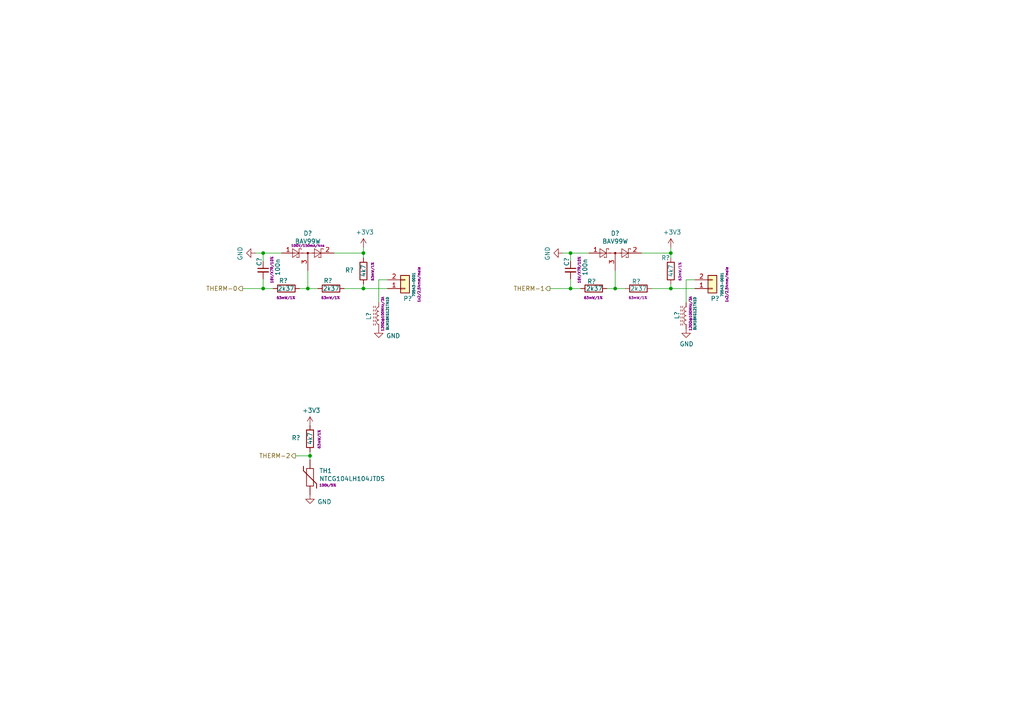
<source format=kicad_sch>
(kicad_sch (version 20231120) (generator "eeschema") (generator_version "8.0")
  (paper "A4")
  (title_block (title "Buddy") (date "2019-10-24") (rev "v1.0.0") (company "PRUSA Research s.r.o.") (comment 1 "http://creativecommons.org/licenses/by-sa/4.0/") (comment 2 "Licensed under the Attribution-ShareAlike 4.0 International (CC BY-SA 4.0)"))
  (lib_symbols
    (symbol "BUDDY_v1.0.0-rescue:+3.3V-power" (power) (pin_names (offset 0))
      (property "Value" "power:+3.3V" (at 0 3.556 0))
      (symbol "+3.3V-power_0_1"
        (polyline (pts (xy -0.762 1.27) (xy 0 2.54)))
        (polyline (pts (xy 0 0) (xy 0 2.54)))
        (polyline (pts (xy 0 2.54) (xy 0.762 1.27)))
      )
      (symbol "+3.3V-power_1_1"
        (pin power_in line (at 0 0 90) (length 0) hide (name "+3V3") (number "1"))
      )
    )
    (symbol "BUDDY_v1.0.0-rescue:GND-power" (power) (pin_names (offset 0))
      (property "Value" "power:GND" (at 0 -3.81 0))
      (symbol "GND-power_0_1"
        (polyline (pts (xy 0 0) (xy 0 -1.27) (xy 1.27 -1.27) (xy 0 -2.54) (xy -1.27 -1.27) (xy 0 -1.27)))
      )
      (symbol "GND-power_1_1"
        (pin power_in line (at 0 0 270) (length 0) hide (name "GND") (number "1"))
      )
    )
    (symbol "BUDDY_v1.0.0-rescue:L_Core_Ferrite-Device" (pin_numbers hide) (pin_names (offset 1.016) hide)
      (property "Reference" "L" (at -1.27 0 90))
      (property "Value" "Device:L_Core_Ferrite" (at 2.794 0 90))
      (symbol "L_Core_Ferrite-Device_0_1"
        (arc (start 0 -2.54) (mid 0.635 -1.905) (end 0 -1.27))
        (arc (start 0 -1.27) (mid 0.635 -0.635) (end 0 0))
        (polyline (pts (xy 1.016 -2.794) (xy 1.016 -2.286)))
        (polyline (pts (xy 1.016 -1.778) (xy 1.016 -1.27)))
        (polyline (pts (xy 1.016 -0.762) (xy 1.016 -0.254)))
        (polyline (pts (xy 1.016 0.254) (xy 1.016 0.762)))
        (polyline (pts (xy 1.016 1.27) (xy 1.016 1.778)))
        (polyline (pts (xy 1.016 2.286) (xy 1.016 2.794)))
        (polyline (pts (xy 1.524 -2.286) (xy 1.524 -2.794)))
        (polyline (pts (xy 1.524 -1.27) (xy 1.524 -1.778)))
        (polyline (pts (xy 1.524 -0.254) (xy 1.524 -0.762)))
        (polyline (pts (xy 1.524 0.762) (xy 1.524 0.254)))
        (polyline (pts (xy 1.524 1.778) (xy 1.524 1.27)))
        (polyline (pts (xy 1.524 2.794) (xy 1.524 2.286)))
        (arc (start 0 0) (mid 0.635 0.635) (end 0 1.27))
        (arc (start 0 1.27) (mid 0.635 1.905) (end 0 2.54))
      )
      (symbol "L_Core_Ferrite-Device_1_1"
        (pin passive line (at 0 3.81 270) (length 1.27) (name "1") (number "1"))
        (pin passive line (at 0 -3.81 90) (length 1.27) (name "2") (number "2"))
      )
    )
    (symbol "Connector_Generic:Conn_01x02" (pin_names (offset 1.016) hide)
      (property "Reference" "J" (at 0 2.54 0))
      (property "Value" "Conn_01x02" (at 0 -5.08 0))
      (symbol "Conn_01x02_1_1"
        (rectangle (start -1.27 -2.413) (end 0 -2.667) (stroke (width 0.1524)))
        (rectangle (start -1.27 0.127) (end 0 -0.127) (stroke (width 0.1524)))
        (rectangle (start -1.27 1.27) (end 1.27 -3.81) (stroke (width 0.254)) (fill (type background)))
        (pin passive line (at -5.08 0 0) (length 3.81) (name "Pin_1") (number "1"))
        (pin passive line (at -5.08 -2.54 0) (length 3.81) (name "Pin_2") (number "2"))
      )
    )
    (symbol "Device:C_Small" (pin_numbers hide) (pin_names (offset 0.254) hide)
      (property "Reference" "C" (at 0.254 1.778 0))
      (property "Value" "C_Small" (at 0.254 -2.032 0))
      (symbol "C_Small_0_1"
        (polyline (pts (xy -1.524 -0.508) (xy 1.524 -0.508)) (stroke (width 0.3302)))
        (polyline (pts (xy -1.524 0.508) (xy 1.524 0.508)) (stroke (width 0.3048)))
      )
      (symbol "C_Small_1_1"
        (pin passive line (at 0 2.54 270) (length 2.032) (name "~") (number "1"))
        (pin passive line (at 0 -2.54 90) (length 2.032) (name "~") (number "2"))
      )
    )
    (symbol "Device:R" (pin_numbers hide) (pin_names (offset 0))
      (property "Reference" "R" (at 2.032 0 90))
      (property "Value" "R" (at 0 0 90))
      (symbol "R_0_1"
        (rectangle (start -1.016 -2.54) (end 1.016 2.54) (stroke (width 0.254)))
      )
      (symbol "R_1_1"
        (pin passive line (at 0 3.81 270) (length 1.27) (name "~") (number "1"))
        (pin passive line (at 0 -3.81 90) (length 1.27) (name "~") (number "2"))
      )
    )
    (symbol "Device:Thermistor" (pin_numbers hide) (pin_names (offset 0))
      (property "Reference" "TH" (at 2.54 1.27 90))
      (property "Value" "Thermistor" (at -2.54 0 90))
      (symbol "Thermistor_0_1"
        (rectangle (start -1.016 2.54) (end 1.016 -2.54) (stroke (width 0.2032)))
        (polyline (pts (xy -1.905 3.175) (xy -1.905 1.905) (xy 1.905 -1.905) (xy 1.905 -3.175) (xy 1.905 -3.175)) (stroke (width 0.254)))
      )
      (symbol "Thermistor_1_1"
        (pin passive line (at 0 5.08 270) (length 2.54) (name "~") (number "1"))
        (pin passive line (at 0 -5.08 90) (length 2.54) (name "~") (number "2"))
      )
    )
    (symbol "Diode:BAS40-04" (pin_names (offset 1.016))
      (property "Reference" "D" (at 0.635 -1.27 0))
      (property "Value" "BAS40-04" (at -6.35 5.715 0))
      (symbol "BAS40-04_0_1"
        (polyline (pts (xy -3.81 2.54) (xy -1.27 2.54)))
        (polyline (pts (xy -3.175 1.27) (xy -3.175 1.524)))
        (polyline (pts (xy -2.54 1.27) (xy -3.175 1.27)))
        (polyline (pts (xy -2.54 1.27) (xy -2.54 3.81)))
        (polyline (pts (xy -2.54 3.81) (xy -1.905 3.81)))
        (polyline (pts (xy -1.905 2.54) (xy 1.905 2.54)))
        (polyline (pts (xy -1.905 3.81) (xy -1.905 3.556)))
        (polyline (pts (xy 1.27 2.54) (xy 3.81 2.54)))
        (polyline (pts (xy 3.175 1.27) (xy 3.175 1.524)))
        (polyline (pts (xy 3.81 1.27) (xy 3.175 1.27)))
        (polyline (pts (xy 3.81 1.27) (xy 3.81 3.81)))
        (polyline (pts (xy 3.81 3.81) (xy 4.445 3.81)))
        (polyline (pts (xy 4.445 3.81) (xy 4.445 3.556)))
        (polyline (pts (xy -4.445 3.81) (xy -4.445 1.27) (xy -2.54 2.54) (xy -4.445 3.81)))
        (polyline (pts (xy 1.905 3.81) (xy 1.905 1.27) (xy 3.81 2.54) (xy 1.905 3.81)))
        (circle (center 0 2.54) (radius 0.254) (fill (type outline)))
      )
      (symbol "BAS40-04_1_1"
        (pin passive line (at -7.62 2.54 0) (length 3.81) (name "~") (number "1"))
        (pin passive line (at 7.62 2.54 180) (length 3.81) (name "~") (number "2"))
        (pin passive line (at 0 -2.54 90) (length 5.08) (name "~") (number "3"))
      )
    )
  )
  (junction (at 76.327 83.693))
  (junction (at 105.41 83.693))
  (junction (at 165.481 73.406))
  (junction (at 194.564 73.406))
  (junction (at 76.327 73.406))
  (junction (at 89.281 83.693))
  (junction (at 105.41 73.406))
  (junction (at 194.564 83.693))
  (junction (at 165.481 83.693))
  (junction (at 178.435 83.693))
  (junction (at 89.916 132.207))
  (wire (pts (xy 194.564 73.406) (xy 186.055 73.406)))
  (wire (pts (xy 105.41 83.693) (xy 112.395 83.693)))
  (wire (pts (xy 181.356 83.693) (xy 178.435 83.693)))
  (wire (pts (xy 76.327 80.899) (xy 76.327 83.693)))
  (wire (pts (xy 89.281 78.486) (xy 89.281 83.693)))
  (wire (pts (xy 89.916 133.35) (xy 89.916 132.207)))
  (wire (pts (xy 92.202 83.693) (xy 89.281 83.693)))
  (wire (pts (xy 165.481 83.693) (xy 168.402 83.693)))
  (wire (pts (xy 89.916 132.207) (xy 85.725 132.207)))
  (wire (pts (xy 188.976 83.693) (xy 194.564 83.693)))
  (wire (pts (xy 199.009 81.153) (xy 201.549 81.153)))
  (wire (pts (xy 178.435 83.693) (xy 176.022 83.693)))
  (wire (pts (xy 178.435 78.486) (xy 178.435 83.693)))
  (wire (pts (xy 76.327 83.693) (xy 79.248 83.693)))
  (wire (pts (xy 105.41 82.423) (xy 105.41 83.693)))
  (wire (pts (xy 89.916 132.207) (xy 89.916 131.064)))
  (wire (pts (xy 89.281 83.693) (xy 86.868 83.693)))
  (wire (pts (xy 194.564 74.803) (xy 194.564 73.406)))
  (wire (pts (xy 165.481 80.899) (xy 165.481 83.693)))
  (wire (pts (xy 165.481 73.406) (xy 163.195 73.406)))
  (wire (pts (xy 99.822 83.693) (xy 105.41 83.693)))
  (wire (pts (xy 199.009 81.153) (xy 199.009 87.757)))
  (wire (pts (xy 76.327 83.693) (xy 70.358 83.693)))
  (wire (pts (xy 109.855 81.153) (xy 109.855 87.757)))
  (wire (pts (xy 105.41 73.406) (xy 105.41 71.755)))
  (wire (pts (xy 165.481 83.693) (xy 159.512 83.693)))
  (wire (pts (xy 105.41 74.803) (xy 105.41 73.406)))
  (wire (pts (xy 76.327 75.819) (xy 76.327 73.406)))
  (wire (pts (xy 194.564 83.693) (xy 201.549 83.693)))
  (wire (pts (xy 76.327 73.406) (xy 74.041 73.406)))
  (wire (pts (xy 109.855 81.153) (xy 112.395 81.153)))
  (wire (pts (xy 165.481 75.819) (xy 165.481 73.406)))
  (wire (pts (xy 165.481 73.406) (xy 170.815 73.406)))
  (wire (pts (xy 105.41 73.406) (xy 96.901 73.406)))
  (wire (pts (xy 194.564 73.406) (xy 194.564 71.755)))
  (wire (pts (xy 194.564 82.423) (xy 194.564 83.693)))
  (wire (pts (xy 76.327 73.406) (xy 81.661 73.406)))
  (hierarchical_label "THERM-2" (shape output) (at 85.725 132.207 180))
  (hierarchical_label "THERM-0" (shape output) (at 70.358 83.693 180))
  (hierarchical_label "THERM-1" (shape output) (at 159.512 83.693 180))
  (symbol (lib_id "Diode:BAS40-04") (at 89.281 75.946 0) (unit 1)
    (property "Reference" "D7" (at 89.281 67.691 0))
    (property "Value" "BAV99W" (at 89.281 70.0024 0))
    (property "Footprint" "Package_TO_SOT_SMD:SOT-323_SC-70" (effects (hide yes)))
    (property "req" "100V/150mA/4ns" (at 89.281 71.247 0) (effects (font (size 0.7112 0.7112))))
    (instances (project "" (path "" (reference "D?") (unit 1)) (path "" (reference "D7") (unit 1))))
  )
  (symbol (lib_id "Connector_Generic:Conn_01x02") (at 117.475 83.693 0) (mirror x) (unit 1)
    (property "Reference" "P3" (at 116.967 86.614 0) (effects (justify left)))
    (property "Value" "70543-0001" (at 120.015 78.994 90) (effects (font (size 0.7112 0.7112)) (justify left)))
    (property "Footprint" "A3IDES_footprints:Pin_1x02-XL" (effects (hide yes)))
    (property "req" "1x2/2,54mm/male" (at 121.539 77.343 90) (effects (font (size 0.7112 0.7112)) (justify left)))
    (instances (project "" (path "" (reference "P?") (unit 1)) (path "" (reference "P3") (unit 1))))
  )
  (symbol (lib_id "Device:R") (at 105.41 78.613 0) (unit 1)
    (property "Reference" "R13" (at 100.076 78.359 0) (effects (justify left)))
    (property "Value" "4k7" (at 105.41 80.391 90) (effects (justify left)))
    (property "Footprint" "A3IDES_footprints:R_0402_1005Metric" (effects (hide yes)))
    (property "req" "63mW/1%" (at 108.077 78.74 90) (effects (font (size 0.7112 0.7112))))
    (instances (project "" (path "" (reference "R?") (unit 1)) (path "" (reference "R13") (unit 1))))
  )
  (symbol (lib_id "Device:R") (at 83.058 83.693 270) (unit 1)
    (property "Reference" "R11" (at 80.899 81.407 90) (effects (justify left)))
    (property "Value" "2k37" (at 80.518 83.693 90) (effects (justify left)))
    (property "Footprint" "A3IDES_footprints:R_0402_1005Metric" (effects (hide yes)))
    (property "req" "63mW/1%" (at 82.931 86.36 90) (effects (font (size 0.7112 0.7112))))
    (instances (project "" (path "" (reference "R?") (unit 1)) (path "" (reference "R11") (unit 1))))
  )
  (symbol (lib_id "Device:R") (at 96.012 83.693 270) (unit 1)
    (property "Reference" "R12" (at 93.853 81.407 90) (effects (justify left)))
    (property "Value" "2k37" (at 93.599 83.693 90) (effects (justify left)))
    (property "Footprint" "A3IDES_footprints:R_0402_1005Metric" (effects (hide yes)))
    (property "req" "63mW/1%" (at 95.885 86.36 90) (effects (font (size 0.7112 0.7112))))
    (instances (project "" (path "" (reference "R?") (unit 1)) (path "" (reference "R12") (unit 1))))
  )
  (symbol (lib_id "BUDDY_v1.0.0-rescue:GND-power") (at 74.041 73.406 270) (unit 1)
    (property "Reference" "#PWR011" (effects (hide yes)))
    (property "Value" "GND" (at 69.6468 73.533 0))
    (instances (project "" (path "" (reference "#PWR?") (unit 1)) (path "" (reference "#PWR011") (unit 1))))
  )
  (symbol (lib_id "BUDDY_v1.0.0-rescue:L_Core_Ferrite-Device") (at 109.855 91.567 180) (unit 1)
    (property "Reference" "L?" (at 106.934 91.694 90))
    (property "Value" "BLM18KG121TN1D" (at 112.395 90.932 90) (effects (font (size 0.7112 0.7112))))
    (property "Footprint" "A3IDES_footprints:R_0603_1608Metric" (effects (hide yes)))
    (property "req" "120Ω@100MHz/3A" (at 110.998 91.059 90) (effects (font (size 0.7112 0.7112))))
    (instances (project "" (path "" (reference "L?") (unit 1)) (path "" (reference "L?") (unit 1)) (path "" (reference "L5") (unit 1))))
  )
  (symbol (lib_id "BUDDY_v1.0.0-rescue:GND-power") (at 109.855 95.377 0) (unit 1)
    (property "Reference" "#PWR013" (effects (hide yes)))
    (property "Value" "GND" (at 114.046 97.409 0))
    (instances (project "" (path "" (reference "#PWR?") (unit 1)) (path "" (reference "#PWR013") (unit 1))))
  )
  (symbol (lib_id "BUDDY_v1.0.0-rescue:+3.3V-power") (at 105.41 71.755 0) (unit 1)
    (property "Reference" "#PWR012" (effects (hide yes)))
    (property "Value" "+3V3" (at 105.791 67.3608 0))
    (instances (project "" (path "" (reference "#PWR?") (unit 1)) (path "" (reference "#PWR012") (unit 1))))
  )
  (symbol (lib_id "Diode:BAS40-04") (at 178.435 75.946 0) (unit 1)
    (property "Reference" "D8" (at 178.435 67.691 0))
    (property "Value" "BAV99W" (at 178.435 70.0024 0))
    (property "Footprint" "Package_TO_SOT_SMD:SOT-323_SC-70" (effects (hide yes)))
    (property "req" "100V/150mA/4ns" (effects (hide yes)))
    (instances (project "" (path "" (reference "D?") (unit 1)) (path "" (reference "D8") (unit 1))))
  )
  (symbol (lib_id "Device:R") (at 194.564 78.613 0) (unit 1)
    (property "Reference" "R16" (at 191.77 74.803 0) (effects (justify left)))
    (property "Value" "4k7" (at 194.564 80.391 90) (effects (justify left)))
    (property "Footprint" "A3IDES_footprints:R_0402_1005Metric" (effects (hide yes)))
    (property "req" "63mW/1%" (at 197.231 78.74 90) (effects (font (size 0.7112 0.7112))))
    (instances (project "" (path "" (reference "R?") (unit 1)) (path "" (reference "R16") (unit 1))))
  )
  (symbol (lib_id "Device:R") (at 172.212 83.693 270) (unit 1)
    (property "Reference" "R14" (at 170.307 81.661 90) (effects (justify left)))
    (property "Value" "2k37" (at 169.926 83.693 90) (effects (justify left)))
    (property "Footprint" "A3IDES_footprints:R_0402_1005Metric" (effects (hide yes)))
    (property "req" "63mW/1%" (at 172.085 86.36 90) (effects (font (size 0.7112 0.7112))))
    (instances (project "" (path "" (reference "R?") (unit 1)) (path "" (reference "R14") (unit 1))))
  )
  (symbol (lib_id "Device:R") (at 185.166 83.693 270) (unit 1)
    (property "Reference" "R15" (at 183.261 81.661 90) (effects (justify left)))
    (property "Value" "2k37" (at 182.753 83.693 90) (effects (justify left)))
    (property "Footprint" "A3IDES_footprints:R_0402_1005Metric" (effects (hide yes)))
    (property "req" "63mW/1%" (at 185.039 86.36 90) (effects (font (size 0.7112 0.7112))))
    (instances (project "" (path "" (reference "R?") (unit 1)) (path "" (reference "R15") (unit 1))))
  )
  (symbol (lib_id "BUDDY_v1.0.0-rescue:GND-power") (at 163.195 73.406 270) (unit 1)
    (property "Reference" "#PWR014" (effects (hide yes)))
    (property "Value" "GND" (at 158.8008 73.533 0))
    (instances (project "" (path "" (reference "#PWR?") (unit 1)) (path "" (reference "#PWR014") (unit 1))))
  )
  (symbol (lib_id "BUDDY_v1.0.0-rescue:L_Core_Ferrite-Device") (at 199.009 91.567 180) (unit 1)
    (property "Reference" "L?" (at 196.342 91.44 90))
    (property "Value" "BLM18KG121TN1D" (at 201.549 90.932 90) (effects (font (size 0.7112 0.7112))))
    (property "Footprint" "A3IDES_footprints:R_0603_1608Metric" (effects (hide yes)))
    (property "req" "120Ω@100MHz/3A" (at 200.279 90.932 90) (effects (font (size 0.7112 0.7112))))
    (instances (project "" (path "" (reference "L?") (unit 1)) (path "" (reference "L?") (unit 1)) (path "" (reference "L6") (unit 1))))
  )
  (symbol (lib_id "BUDDY_v1.0.0-rescue:GND-power") (at 199.009 95.377 0) (unit 1)
    (property "Reference" "#PWR016" (effects (hide yes)))
    (property "Value" "GND" (at 199.136 99.7712 0))
    (instances (project "" (path "" (reference "#PWR?") (unit 1)) (path "" (reference "#PWR016") (unit 1))))
  )
  (symbol (lib_id "BUDDY_v1.0.0-rescue:+3.3V-power") (at 194.564 71.755 0) (unit 1)
    (property "Reference" "#PWR015" (effects (hide yes)))
    (property "Value" "+3V3" (at 194.945 67.3608 0))
    (instances (project "" (path "" (reference "#PWR?") (unit 1)) (path "" (reference "#PWR015") (unit 1))))
  )
  (symbol (lib_id "Connector_Generic:Conn_01x02") (at 206.629 83.693 0) (mirror x) (unit 1)
    (property "Reference" "P4" (at 206.121 86.614 0) (effects (justify left)))
    (property "Value" "70543-0001" (at 209.423 78.994 90) (effects (font (size 0.7112 0.7112)) (justify left)))
    (property "Footprint" "A3IDES_footprints:Pin_1x02-XL" (effects (hide yes)))
    (property "req" "1x2/2,54mm/male" (at 210.82 77.343 90) (effects (font (size 0.7112 0.7112)) (justify left)))
    (instances (project "" (path "" (reference "P?") (unit 1)) (path "" (reference "P4") (unit 1))))
  )
  (symbol (lib_id "Device:Thermistor") (at 89.916 138.43 0) (unit 1)
    (property "Reference" "TH1" (at 92.583 136.5504 0) (effects (justify left)))
    (property "Value" "NTCG104LH104JTDS" (at 92.583 138.8618 0) (effects (justify left)))
    (property "Footprint" "Resistor_SMD:R_0402_1005Metric" (effects (hide yes)))
    (property "req" "100k/5%" (at 92.583 140.7414 0) (effects (font (size 0.7112 0.7112)) (justify left)))
  )
  (symbol (lib_id "Device:R") (at 89.916 127.254 0) (unit 1)
    (property "Reference" "R77" (at 84.582 127 0) (effects (justify left)))
    (property "Value" "4k7" (at 89.916 129.032 90) (effects (justify left)))
    (property "Footprint" "A3IDES_footprints:R_0402_1005Metric" (effects (hide yes)))
    (property "req" "63mW/1%" (at 92.583 127.381 90) (effects (font (size 0.7112 0.7112))))
    (instances (project "" (path "" (reference "R?") (unit 1)) (path "" (reference "R77") (unit 1))))
  )
  (symbol (lib_id "BUDDY_v1.0.0-rescue:GND-power") (at 89.916 143.51 0) (unit 1)
    (property "Reference" "#PWR034" (effects (hide yes)))
    (property "Value" "GND" (at 94.107 145.542 0))
    (instances (project "" (path "" (reference "#PWR?") (unit 1)) (path "" (reference "#PWR034") (unit 1))))
  )
  (symbol (lib_id "BUDDY_v1.0.0-rescue:+3.3V-power") (at 89.916 123.444 0) (unit 1)
    (property "Reference" "#PWR032" (effects (hide yes)))
    (property "Value" "+3V3" (at 90.297 119.0498 0))
    (instances (project "" (path "" (reference "#PWR?") (unit 1)) (path "" (reference "#PWR032") (unit 1))))
  )
  (symbol (lib_id "Device:C_Small") (at 76.327 78.359 0) (unit 1)
    (property "Reference" "C?" (at 75.184 77.216 90) (effects (justify left)))
    (property "Value" "100n" (at 80.518 80.01 90) (effects (justify left)))
    (property "Footprint" "A3IDES_footprints:C_0402_1005Metric" (effects (hide yes)))
    (property "req" "16V/X7R/10%" (at 78.867 82.169 90) (effects (font (size 0.7112 0.7112)) (justify left)))
    (instances (project "" (path "" (reference "C?") (unit 1)) (path "" (reference "C?") (unit 1)) (path "" (reference "C3") (unit 1)) (path "" (reference "C?") (unit 1))))
  )
  (symbol (lib_id "Device:C_Small") (at 165.481 78.359 0) (unit 1)
    (property "Reference" "C?" (at 164.338 77.216 90) (effects (justify left)))
    (property "Value" "100n" (at 169.672 80.01 90) (effects (justify left)))
    (property "Footprint" "A3IDES_footprints:C_0402_1005Metric" (effects (hide yes)))
    (property "req" "16V/X7R/10%" (at 168.021 82.169 90) (effects (font (size 0.7112 0.7112)) (justify left)))
    (instances (project "" (path "" (reference "C?") (unit 1)) (path "" (reference "C?") (unit 1)) (path "" (reference "C4") (unit 1)) (path "" (reference "C?") (unit 1))))
  )
)
</source>
